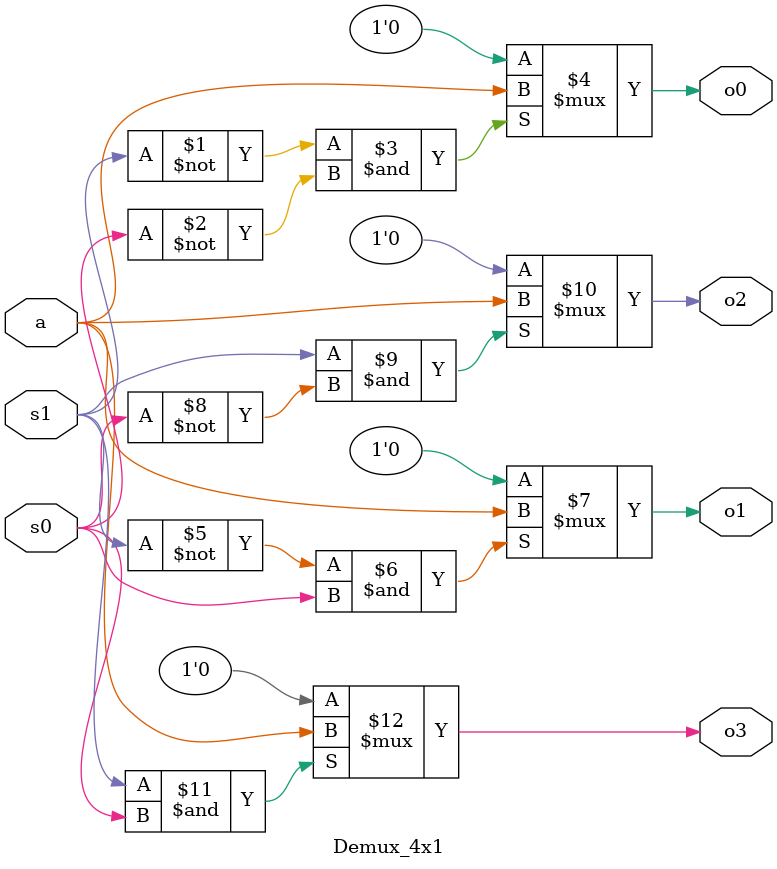
<source format=v>
`timescale 1ns / 1ps
module Demux_4x1(input a,s0,s1, output o0,o1,o2,o3);
    assign o0=(~s1&~s0)? a:1'b0;
    assign o1=(~s1&s0)? a:1'b0;
    assign o2=(s1&~s0)? a:1'b0;
    assign o3=(s1&s0)? a:1'b0;    
endmodule

</source>
